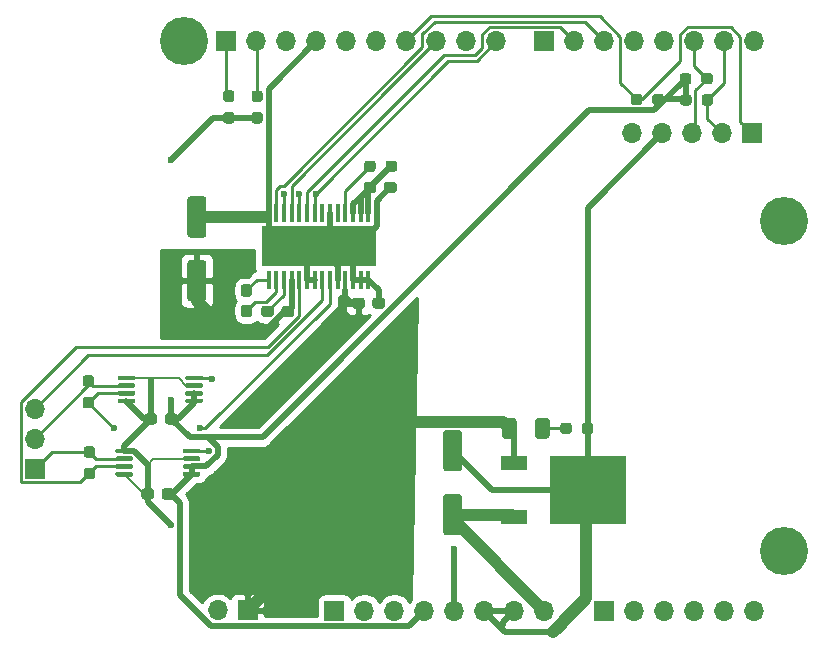
<source format=gbr>
%TF.GenerationSoftware,KiCad,Pcbnew,(5.1.10)-1*%
%TF.CreationDate,2023-02-13T10:48:01+08:00*%
%TF.ProjectId,my_foc_power_shield,6d795f66-6f63-45f7-906f-7765725f7368,rev?*%
%TF.SameCoordinates,Original*%
%TF.FileFunction,Copper,L1,Top*%
%TF.FilePolarity,Positive*%
%FSLAX46Y46*%
G04 Gerber Fmt 4.6, Leading zero omitted, Abs format (unit mm)*
G04 Created by KiCad (PCBNEW (5.1.10)-1) date 2023-02-13 10:48:01*
%MOMM*%
%LPD*%
G01*
G04 APERTURE LIST*
%TA.AperFunction,ComponentPad*%
%ADD10R,1.700000X1.700000*%
%TD*%
%TA.AperFunction,ComponentPad*%
%ADD11O,1.700000X1.700000*%
%TD*%
%TA.AperFunction,ComponentPad*%
%ADD12C,4.064000*%
%TD*%
%TA.AperFunction,SMDPad,CuDef*%
%ADD13R,2.200000X1.200000*%
%TD*%
%TA.AperFunction,SMDPad,CuDef*%
%ADD14R,6.400000X5.800000*%
%TD*%
%TA.AperFunction,ComponentPad*%
%ADD15C,0.500000*%
%TD*%
%TA.AperFunction,SMDPad,CuDef*%
%ADD16R,9.700000X3.400000*%
%TD*%
%TA.AperFunction,SMDPad,CuDef*%
%ADD17R,0.300000X1.600000*%
%TD*%
%TA.AperFunction,ViaPad*%
%ADD18C,0.600000*%
%TD*%
%TA.AperFunction,ViaPad*%
%ADD19C,1.000000*%
%TD*%
%TA.AperFunction,Conductor*%
%ADD20C,0.500000*%
%TD*%
%TA.AperFunction,Conductor*%
%ADD21C,0.200000*%
%TD*%
%TA.AperFunction,Conductor*%
%ADD22C,1.000000*%
%TD*%
%TA.AperFunction,Conductor*%
%ADD23C,0.250000*%
%TD*%
%TA.AperFunction,Conductor*%
%ADD24C,0.300000*%
%TD*%
%TA.AperFunction,Conductor*%
%ADD25C,0.254000*%
%TD*%
%TA.AperFunction,Conductor*%
%ADD26C,0.100000*%
%TD*%
G04 APERTURE END LIST*
%TO.P,R8,1*%
%TO.N,+3V3*%
%TA.AperFunction,SMDPad,CuDef*%
G36*
G01*
X166835500Y-80277500D02*
X166835500Y-80752500D01*
G75*
G02*
X166598000Y-80990000I-237500J0D01*
G01*
X166098000Y-80990000D01*
G75*
G02*
X165860500Y-80752500I0J237500D01*
G01*
X165860500Y-80277500D01*
G75*
G02*
X166098000Y-80040000I237500J0D01*
G01*
X166598000Y-80040000D01*
G75*
G02*
X166835500Y-80277500I0J-237500D01*
G01*
G37*
%TD.AperFunction*%
%TO.P,R8,2*%
%TO.N,/Encoder_Z_D11*%
%TA.AperFunction,SMDPad,CuDef*%
G36*
G01*
X165010500Y-80277500D02*
X165010500Y-80752500D01*
G75*
G02*
X164773000Y-80990000I-237500J0D01*
G01*
X164273000Y-80990000D01*
G75*
G02*
X164035500Y-80752500I0J237500D01*
G01*
X164035500Y-80277500D01*
G75*
G02*
X164273000Y-80040000I237500J0D01*
G01*
X164773000Y-80040000D01*
G75*
G02*
X165010500Y-80277500I0J-237500D01*
G01*
G37*
%TD.AperFunction*%
%TD*%
D10*
%TO.P,U8,1*%
%TO.N,/MOTOR_A*%
X113598000Y-111765000D03*
D11*
%TO.P,U8,2*%
%TO.N,/MOTOR_B*%
X113598000Y-109225000D03*
%TO.P,U8,3*%
%TO.N,/MOTOR_C*%
X113598000Y-106685000D03*
%TD*%
%TO.P,P3,10*%
%TO.N,/DRV_EN_8*%
X152654000Y-75565000D03*
%TO.P,P3,9*%
%TO.N,/9(\u002A\u002A)*%
X150114000Y-75565000D03*
%TO.P,P3,8*%
%TO.N,/PWM_B_10*%
X147574000Y-75565000D03*
%TO.P,P3,7*%
%TO.N,/Encoder_Z_D11*%
X145034000Y-75565000D03*
%TO.P,P3,6*%
%TO.N,/12(MISO)*%
X142494000Y-75565000D03*
%TO.P,P3,5*%
%TO.N,/13(SCK)*%
X139954000Y-75565000D03*
%TO.P,P3,4*%
%TO.N,GNDA*%
X137414000Y-75565000D03*
%TO.P,P3,3*%
%TO.N,/AREF*%
X134874000Y-75565000D03*
%TO.P,P3,2*%
%TO.N,/SDA*%
X132334000Y-75565000D03*
D10*
%TO.P,P3,1*%
%TO.N,/SCL*%
X129794000Y-75565000D03*
%TD*%
D11*
%TO.P,P1,8*%
%TO.N,/Vin*%
X156718000Y-123825000D03*
%TO.P,P1,7*%
%TO.N,GNDA*%
X154178000Y-123825000D03*
%TO.P,P1,6*%
X151638000Y-123825000D03*
%TO.P,P1,5*%
%TO.N,+5V*%
X149098000Y-123825000D03*
%TO.P,P1,4*%
%TO.N,+3V3*%
X146558000Y-123825000D03*
%TO.P,P1,3*%
%TO.N,/Reset*%
X144018000Y-123825000D03*
%TO.P,P1,2*%
%TO.N,/IOREF*%
X141478000Y-123825000D03*
D10*
%TO.P,P1,1*%
%TO.N,Net-(P1-Pad1)*%
X138938000Y-123825000D03*
%TD*%
D11*
%TO.P,P4,8*%
%TO.N,/0(Rx)*%
X174498000Y-75565000D03*
%TO.P,P4,7*%
%TO.N,/Encoder_B_D1*%
X171958000Y-75565000D03*
%TO.P,P4,6*%
%TO.N,/Encoder_A_D2*%
X169418000Y-75565000D03*
%TO.P,P4,5*%
%TO.N,/3(\u002A\u002A)*%
X166878000Y-75565000D03*
%TO.P,P4,4*%
%TO.N,/4*%
X164338000Y-75565000D03*
%TO.P,P4,3*%
%TO.N,/PWM_A_5*%
X161798000Y-75565000D03*
%TO.P,P4,2*%
%TO.N,/PWM_C_6*%
X159258000Y-75565000D03*
D10*
%TO.P,P4,1*%
%TO.N,/7*%
X156718000Y-75565000D03*
%TD*%
D11*
%TO.P,P2,6*%
%TO.N,/A5(SCL)*%
X174498000Y-123825000D03*
%TO.P,P2,5*%
%TO.N,/A4(SDA)*%
X171958000Y-123825000D03*
%TO.P,P2,4*%
%TO.N,/A3*%
X169418000Y-123825000D03*
%TO.P,P2,3*%
%TO.N,/SENSE_B_A2*%
X166878000Y-123825000D03*
%TO.P,P2,2*%
%TO.N,/A1*%
X164338000Y-123825000D03*
D10*
%TO.P,P2,1*%
%TO.N,/SENSE_A_A0*%
X161798000Y-123825000D03*
%TD*%
D12*
%TO.P,P6,1*%
%TO.N,Net-(P6-Pad1)*%
X177038000Y-118745000D03*
%TD*%
%TO.P,P7,1*%
%TO.N,Net-(P7-Pad1)*%
X126238000Y-75565000D03*
%TD*%
%TO.P,P8,1*%
%TO.N,Net-(P8-Pad1)*%
X177038000Y-90805000D03*
%TD*%
D10*
%TO.P,BT1,1*%
%TO.N,VCC_IN*%
X131598000Y-123765000D03*
D11*
%TO.P,BT1,2*%
%TO.N,GNDA*%
X129058000Y-123765000D03*
%TD*%
%TO.P,C16,1*%
%TO.N,+3V3*%
%TA.AperFunction,SMDPad,CuDef*%
G36*
G01*
X125398000Y-113677500D02*
X125398000Y-114152500D01*
G75*
G02*
X125160500Y-114390000I-237500J0D01*
G01*
X124560500Y-114390000D01*
G75*
G02*
X124323000Y-114152500I0J237500D01*
G01*
X124323000Y-113677500D01*
G75*
G02*
X124560500Y-113440000I237500J0D01*
G01*
X125160500Y-113440000D01*
G75*
G02*
X125398000Y-113677500I0J-237500D01*
G01*
G37*
%TD.AperFunction*%
%TO.P,C16,2*%
%TO.N,GNDA*%
%TA.AperFunction,SMDPad,CuDef*%
G36*
G01*
X123673000Y-113677500D02*
X123673000Y-114152500D01*
G75*
G02*
X123435500Y-114390000I-237500J0D01*
G01*
X122835500Y-114390000D01*
G75*
G02*
X122598000Y-114152500I0J237500D01*
G01*
X122598000Y-113677500D01*
G75*
G02*
X122835500Y-113440000I237500J0D01*
G01*
X123435500Y-113440000D01*
G75*
G02*
X123673000Y-113677500I0J-237500D01*
G01*
G37*
%TD.AperFunction*%
%TD*%
%TO.P,C17,2*%
%TO.N,GNDA*%
%TA.AperFunction,SMDPad,CuDef*%
G36*
G01*
X123935500Y-107327500D02*
X123935500Y-107802500D01*
G75*
G02*
X123698000Y-108040000I-237500J0D01*
G01*
X123098000Y-108040000D01*
G75*
G02*
X122860500Y-107802500I0J237500D01*
G01*
X122860500Y-107327500D01*
G75*
G02*
X123098000Y-107090000I237500J0D01*
G01*
X123698000Y-107090000D01*
G75*
G02*
X123935500Y-107327500I0J-237500D01*
G01*
G37*
%TD.AperFunction*%
%TO.P,C17,1*%
%TO.N,+3V3*%
%TA.AperFunction,SMDPad,CuDef*%
G36*
G01*
X125660500Y-107327500D02*
X125660500Y-107802500D01*
G75*
G02*
X125423000Y-108040000I-237500J0D01*
G01*
X124823000Y-108040000D01*
G75*
G02*
X124585500Y-107802500I0J237500D01*
G01*
X124585500Y-107327500D01*
G75*
G02*
X124823000Y-107090000I237500J0D01*
G01*
X125423000Y-107090000D01*
G75*
G02*
X125660500Y-107327500I0J-237500D01*
G01*
G37*
%TD.AperFunction*%
%TD*%
%TO.P,C19,2*%
%TO.N,Net-(C19-Pad2)*%
%TA.AperFunction,SMDPad,CuDef*%
G36*
G01*
X133810500Y-98227500D02*
X133810500Y-98702500D01*
G75*
G02*
X133573000Y-98940000I-237500J0D01*
G01*
X132973000Y-98940000D01*
G75*
G02*
X132735500Y-98702500I0J237500D01*
G01*
X132735500Y-98227500D01*
G75*
G02*
X132973000Y-97990000I237500J0D01*
G01*
X133573000Y-97990000D01*
G75*
G02*
X133810500Y-98227500I0J-237500D01*
G01*
G37*
%TD.AperFunction*%
%TO.P,C19,1*%
%TO.N,VCC_IN*%
%TA.AperFunction,SMDPad,CuDef*%
G36*
G01*
X135535500Y-98227500D02*
X135535500Y-98702500D01*
G75*
G02*
X135298000Y-98940000I-237500J0D01*
G01*
X134698000Y-98940000D01*
G75*
G02*
X134460500Y-98702500I0J237500D01*
G01*
X134460500Y-98227500D01*
G75*
G02*
X134698000Y-97990000I237500J0D01*
G01*
X135298000Y-97990000D01*
G75*
G02*
X135535500Y-98227500I0J-237500D01*
G01*
G37*
%TD.AperFunction*%
%TD*%
%TO.P,C20,1*%
%TO.N,GNDA*%
%TA.AperFunction,SMDPad,CuDef*%
G36*
G01*
X144210500Y-87727500D02*
X144210500Y-88202500D01*
G75*
G02*
X143973000Y-88440000I-237500J0D01*
G01*
X143373000Y-88440000D01*
G75*
G02*
X143135500Y-88202500I0J237500D01*
G01*
X143135500Y-87727500D01*
G75*
G02*
X143373000Y-87490000I237500J0D01*
G01*
X143973000Y-87490000D01*
G75*
G02*
X144210500Y-87727500I0J-237500D01*
G01*
G37*
%TD.AperFunction*%
%TO.P,C20,2*%
%TO.N,/V3P3*%
%TA.AperFunction,SMDPad,CuDef*%
G36*
G01*
X142485500Y-87727500D02*
X142485500Y-88202500D01*
G75*
G02*
X142248000Y-88440000I-237500J0D01*
G01*
X141648000Y-88440000D01*
G75*
G02*
X141410500Y-88202500I0J237500D01*
G01*
X141410500Y-87727500D01*
G75*
G02*
X141648000Y-87490000I237500J0D01*
G01*
X142248000Y-87490000D01*
G75*
G02*
X142485500Y-87727500I0J-237500D01*
G01*
G37*
%TD.AperFunction*%
%TD*%
%TO.P,C21,2*%
%TO.N,Net-(C21-Pad2)*%
%TA.AperFunction,SMDPad,CuDef*%
G36*
G01*
X131735500Y-97227500D02*
X131260500Y-97227500D01*
G75*
G02*
X131023000Y-96990000I0J237500D01*
G01*
X131023000Y-96390000D01*
G75*
G02*
X131260500Y-96152500I237500J0D01*
G01*
X131735500Y-96152500D01*
G75*
G02*
X131973000Y-96390000I0J-237500D01*
G01*
X131973000Y-96990000D01*
G75*
G02*
X131735500Y-97227500I-237500J0D01*
G01*
G37*
%TD.AperFunction*%
%TO.P,C21,1*%
%TO.N,Net-(C21-Pad1)*%
%TA.AperFunction,SMDPad,CuDef*%
G36*
G01*
X131735500Y-98952500D02*
X131260500Y-98952500D01*
G75*
G02*
X131023000Y-98715000I0J237500D01*
G01*
X131023000Y-98115000D01*
G75*
G02*
X131260500Y-97877500I237500J0D01*
G01*
X131735500Y-97877500D01*
G75*
G02*
X131973000Y-98115000I0J-237500D01*
G01*
X131973000Y-98715000D01*
G75*
G02*
X131735500Y-98952500I-237500J0D01*
G01*
G37*
%TD.AperFunction*%
%TD*%
%TO.P,D7,1*%
%TO.N,Net-(D7-Pad1)*%
%TA.AperFunction,SMDPad,CuDef*%
G36*
G01*
X157173000Y-107740000D02*
X157173000Y-108990000D01*
G75*
G02*
X156923000Y-109240000I-250000J0D01*
G01*
X156173000Y-109240000D01*
G75*
G02*
X155923000Y-108990000I0J250000D01*
G01*
X155923000Y-107740000D01*
G75*
G02*
X156173000Y-107490000I250000J0D01*
G01*
X156923000Y-107490000D01*
G75*
G02*
X157173000Y-107740000I0J-250000D01*
G01*
G37*
%TD.AperFunction*%
%TO.P,D7,2*%
%TO.N,VCC_IN*%
%TA.AperFunction,SMDPad,CuDef*%
G36*
G01*
X154373000Y-107740000D02*
X154373000Y-108990000D01*
G75*
G02*
X154123000Y-109240000I-250000J0D01*
G01*
X153373000Y-109240000D01*
G75*
G02*
X153123000Y-108990000I0J250000D01*
G01*
X153123000Y-107740000D01*
G75*
G02*
X153373000Y-107490000I250000J0D01*
G01*
X154123000Y-107490000D01*
G75*
G02*
X154373000Y-107740000I0J-250000D01*
G01*
G37*
%TD.AperFunction*%
%TD*%
D10*
%TO.P,J3,1*%
%TO.N,/Encoder_Z_D11*%
X174298000Y-83365000D03*
D11*
%TO.P,J3,2*%
%TO.N,/Encoder_B_D1*%
X171758000Y-83365000D03*
%TO.P,J3,3*%
%TO.N,/Encoder_A_D2*%
X169218000Y-83365000D03*
%TO.P,J3,4*%
%TO.N,GNDA*%
X166678000Y-83365000D03*
%TO.P,J3,5*%
%TO.N,+5V*%
X164138000Y-83365000D03*
%TD*%
%TO.P,R1,1*%
%TO.N,+3V3*%
%TA.AperFunction,SMDPad,CuDef*%
G36*
G01*
X132635500Y-82565000D02*
X132160500Y-82565000D01*
G75*
G02*
X131923000Y-82327500I0J237500D01*
G01*
X131923000Y-81827500D01*
G75*
G02*
X132160500Y-81590000I237500J0D01*
G01*
X132635500Y-81590000D01*
G75*
G02*
X132873000Y-81827500I0J-237500D01*
G01*
X132873000Y-82327500D01*
G75*
G02*
X132635500Y-82565000I-237500J0D01*
G01*
G37*
%TD.AperFunction*%
%TO.P,R1,2*%
%TO.N,/SDA*%
%TA.AperFunction,SMDPad,CuDef*%
G36*
G01*
X132635500Y-80740000D02*
X132160500Y-80740000D01*
G75*
G02*
X131923000Y-80502500I0J237500D01*
G01*
X131923000Y-80002500D01*
G75*
G02*
X132160500Y-79765000I237500J0D01*
G01*
X132635500Y-79765000D01*
G75*
G02*
X132873000Y-80002500I0J-237500D01*
G01*
X132873000Y-80502500D01*
G75*
G02*
X132635500Y-80740000I-237500J0D01*
G01*
G37*
%TD.AperFunction*%
%TD*%
%TO.P,R2,2*%
%TO.N,/SCL*%
%TA.AperFunction,SMDPad,CuDef*%
G36*
G01*
X130235500Y-80727500D02*
X129760500Y-80727500D01*
G75*
G02*
X129523000Y-80490000I0J237500D01*
G01*
X129523000Y-79990000D01*
G75*
G02*
X129760500Y-79752500I237500J0D01*
G01*
X130235500Y-79752500D01*
G75*
G02*
X130473000Y-79990000I0J-237500D01*
G01*
X130473000Y-80490000D01*
G75*
G02*
X130235500Y-80727500I-237500J0D01*
G01*
G37*
%TD.AperFunction*%
%TO.P,R2,1*%
%TO.N,+3V3*%
%TA.AperFunction,SMDPad,CuDef*%
G36*
G01*
X130235500Y-82552500D02*
X129760500Y-82552500D01*
G75*
G02*
X129523000Y-82315000I0J237500D01*
G01*
X129523000Y-81815000D01*
G75*
G02*
X129760500Y-81577500I237500J0D01*
G01*
X130235500Y-81577500D01*
G75*
G02*
X130473000Y-81815000I0J-237500D01*
G01*
X130473000Y-82315000D01*
G75*
G02*
X130235500Y-82552500I-237500J0D01*
G01*
G37*
%TD.AperFunction*%
%TD*%
%TO.P,R6,1*%
%TO.N,+3V3*%
%TA.AperFunction,SMDPad,CuDef*%
G36*
G01*
X168185500Y-79002500D02*
X168185500Y-78527500D01*
G75*
G02*
X168423000Y-78290000I237500J0D01*
G01*
X168923000Y-78290000D01*
G75*
G02*
X169160500Y-78527500I0J-237500D01*
G01*
X169160500Y-79002500D01*
G75*
G02*
X168923000Y-79240000I-237500J0D01*
G01*
X168423000Y-79240000D01*
G75*
G02*
X168185500Y-79002500I0J237500D01*
G01*
G37*
%TD.AperFunction*%
%TO.P,R6,2*%
%TO.N,/Encoder_A_D2*%
%TA.AperFunction,SMDPad,CuDef*%
G36*
G01*
X170010500Y-79002500D02*
X170010500Y-78527500D01*
G75*
G02*
X170248000Y-78290000I237500J0D01*
G01*
X170748000Y-78290000D01*
G75*
G02*
X170985500Y-78527500I0J-237500D01*
G01*
X170985500Y-79002500D01*
G75*
G02*
X170748000Y-79240000I-237500J0D01*
G01*
X170248000Y-79240000D01*
G75*
G02*
X170010500Y-79002500I0J237500D01*
G01*
G37*
%TD.AperFunction*%
%TD*%
%TO.P,R7,2*%
%TO.N,/Encoder_B_D1*%
%TA.AperFunction,SMDPad,CuDef*%
G36*
G01*
X170035500Y-80802500D02*
X170035500Y-80327500D01*
G75*
G02*
X170273000Y-80090000I237500J0D01*
G01*
X170773000Y-80090000D01*
G75*
G02*
X171010500Y-80327500I0J-237500D01*
G01*
X171010500Y-80802500D01*
G75*
G02*
X170773000Y-81040000I-237500J0D01*
G01*
X170273000Y-81040000D01*
G75*
G02*
X170035500Y-80802500I0J237500D01*
G01*
G37*
%TD.AperFunction*%
%TO.P,R7,1*%
%TO.N,+3V3*%
%TA.AperFunction,SMDPad,CuDef*%
G36*
G01*
X168210500Y-80802500D02*
X168210500Y-80327500D01*
G75*
G02*
X168448000Y-80090000I237500J0D01*
G01*
X168948000Y-80090000D01*
G75*
G02*
X169185500Y-80327500I0J-237500D01*
G01*
X169185500Y-80802500D01*
G75*
G02*
X168948000Y-81040000I-237500J0D01*
G01*
X168448000Y-81040000D01*
G75*
G02*
X168210500Y-80802500I0J237500D01*
G01*
G37*
%TD.AperFunction*%
%TD*%
%TO.P,R11,2*%
%TO.N,Net-(D7-Pad1)*%
%TA.AperFunction,SMDPad,CuDef*%
G36*
G01*
X159035500Y-108127500D02*
X159035500Y-108602500D01*
G75*
G02*
X158798000Y-108840000I-237500J0D01*
G01*
X158298000Y-108840000D01*
G75*
G02*
X158060500Y-108602500I0J237500D01*
G01*
X158060500Y-108127500D01*
G75*
G02*
X158298000Y-107890000I237500J0D01*
G01*
X158798000Y-107890000D01*
G75*
G02*
X159035500Y-108127500I0J-237500D01*
G01*
G37*
%TD.AperFunction*%
%TO.P,R11,1*%
%TO.N,GNDA*%
%TA.AperFunction,SMDPad,CuDef*%
G36*
G01*
X160860500Y-108127500D02*
X160860500Y-108602500D01*
G75*
G02*
X160623000Y-108840000I-237500J0D01*
G01*
X160123000Y-108840000D01*
G75*
G02*
X159885500Y-108602500I0J237500D01*
G01*
X159885500Y-108127500D01*
G75*
G02*
X160123000Y-107890000I237500J0D01*
G01*
X160623000Y-107890000D01*
G75*
G02*
X160860500Y-108127500I0J-237500D01*
G01*
G37*
%TD.AperFunction*%
%TD*%
%TO.P,R12,1*%
%TO.N,/MOTOR_A*%
%TA.AperFunction,SMDPad,CuDef*%
G36*
G01*
X117960500Y-109865000D02*
X118435500Y-109865000D01*
G75*
G02*
X118673000Y-110102500I0J-237500D01*
G01*
X118673000Y-110602500D01*
G75*
G02*
X118435500Y-110840000I-237500J0D01*
G01*
X117960500Y-110840000D01*
G75*
G02*
X117723000Y-110602500I0J237500D01*
G01*
X117723000Y-110102500D01*
G75*
G02*
X117960500Y-109865000I237500J0D01*
G01*
G37*
%TD.AperFunction*%
%TO.P,R12,2*%
%TO.N,/MOTOR_A_CS*%
%TA.AperFunction,SMDPad,CuDef*%
G36*
G01*
X117960500Y-111690000D02*
X118435500Y-111690000D01*
G75*
G02*
X118673000Y-111927500I0J-237500D01*
G01*
X118673000Y-112427500D01*
G75*
G02*
X118435500Y-112665000I-237500J0D01*
G01*
X117960500Y-112665000D01*
G75*
G02*
X117723000Y-112427500I0J237500D01*
G01*
X117723000Y-111927500D01*
G75*
G02*
X117960500Y-111690000I237500J0D01*
G01*
G37*
%TD.AperFunction*%
%TD*%
%TO.P,R13,2*%
%TO.N,/MOTOR_B_CS*%
%TA.AperFunction,SMDPad,CuDef*%
G36*
G01*
X117860500Y-105690000D02*
X118335500Y-105690000D01*
G75*
G02*
X118573000Y-105927500I0J-237500D01*
G01*
X118573000Y-106427500D01*
G75*
G02*
X118335500Y-106665000I-237500J0D01*
G01*
X117860500Y-106665000D01*
G75*
G02*
X117623000Y-106427500I0J237500D01*
G01*
X117623000Y-105927500D01*
G75*
G02*
X117860500Y-105690000I237500J0D01*
G01*
G37*
%TD.AperFunction*%
%TO.P,R13,1*%
%TO.N,/MOTOR_B*%
%TA.AperFunction,SMDPad,CuDef*%
G36*
G01*
X117860500Y-103865000D02*
X118335500Y-103865000D01*
G75*
G02*
X118573000Y-104102500I0J-237500D01*
G01*
X118573000Y-104602500D01*
G75*
G02*
X118335500Y-104840000I-237500J0D01*
G01*
X117860500Y-104840000D01*
G75*
G02*
X117623000Y-104602500I0J237500D01*
G01*
X117623000Y-104102500D01*
G75*
G02*
X117860500Y-103865000I237500J0D01*
G01*
G37*
%TD.AperFunction*%
%TD*%
%TO.P,R16,1*%
%TO.N,/DRV_FAULT*%
%TA.AperFunction,SMDPad,CuDef*%
G36*
G01*
X141460500Y-86402500D02*
X141460500Y-85927500D01*
G75*
G02*
X141698000Y-85690000I237500J0D01*
G01*
X142198000Y-85690000D01*
G75*
G02*
X142435500Y-85927500I0J-237500D01*
G01*
X142435500Y-86402500D01*
G75*
G02*
X142198000Y-86640000I-237500J0D01*
G01*
X141698000Y-86640000D01*
G75*
G02*
X141460500Y-86402500I0J237500D01*
G01*
G37*
%TD.AperFunction*%
%TO.P,R16,2*%
%TO.N,/V3P3*%
%TA.AperFunction,SMDPad,CuDef*%
G36*
G01*
X143285500Y-86402500D02*
X143285500Y-85927500D01*
G75*
G02*
X143523000Y-85690000I237500J0D01*
G01*
X144023000Y-85690000D01*
G75*
G02*
X144260500Y-85927500I0J-237500D01*
G01*
X144260500Y-86402500D01*
G75*
G02*
X144023000Y-86640000I-237500J0D01*
G01*
X143523000Y-86640000D01*
G75*
G02*
X143285500Y-86402500I0J237500D01*
G01*
G37*
%TD.AperFunction*%
%TD*%
D13*
%TO.P,U1,1*%
%TO.N,VCC_IN*%
X154148000Y-111285000D03*
%TO.P,U1,3*%
%TO.N,/Vin*%
X154148000Y-115845000D03*
D14*
%TO.P,U1,2*%
%TO.N,GNDA*%
X160448000Y-113565000D03*
%TD*%
%TO.P,U4,8*%
%TO.N,/SENSE_A_A0*%
%TA.AperFunction,SMDPad,CuDef*%
G36*
G01*
X126123000Y-110390000D02*
X126123000Y-110190000D01*
G75*
G02*
X126223000Y-110090000I100000J0D01*
G01*
X127498000Y-110090000D01*
G75*
G02*
X127598000Y-110190000I0J-100000D01*
G01*
X127598000Y-110390000D01*
G75*
G02*
X127498000Y-110490000I-100000J0D01*
G01*
X126223000Y-110490000D01*
G75*
G02*
X126123000Y-110390000I0J100000D01*
G01*
G37*
%TD.AperFunction*%
%TO.P,U4,7*%
%TO.N,GNDA*%
%TA.AperFunction,SMDPad,CuDef*%
G36*
G01*
X126123000Y-111040000D02*
X126123000Y-110840000D01*
G75*
G02*
X126223000Y-110740000I100000J0D01*
G01*
X127498000Y-110740000D01*
G75*
G02*
X127598000Y-110840000I0J-100000D01*
G01*
X127598000Y-111040000D01*
G75*
G02*
X127498000Y-111140000I-100000J0D01*
G01*
X126223000Y-111140000D01*
G75*
G02*
X126123000Y-111040000I0J100000D01*
G01*
G37*
%TD.AperFunction*%
%TO.P,U4,6*%
%TO.N,+3V3*%
%TA.AperFunction,SMDPad,CuDef*%
G36*
G01*
X126123000Y-111690000D02*
X126123000Y-111490000D01*
G75*
G02*
X126223000Y-111390000I100000J0D01*
G01*
X127498000Y-111390000D01*
G75*
G02*
X127598000Y-111490000I0J-100000D01*
G01*
X127598000Y-111690000D01*
G75*
G02*
X127498000Y-111790000I-100000J0D01*
G01*
X126223000Y-111790000D01*
G75*
G02*
X126123000Y-111690000I0J100000D01*
G01*
G37*
%TD.AperFunction*%
%TO.P,U4,5*%
%TA.AperFunction,SMDPad,CuDef*%
G36*
G01*
X126123000Y-112340000D02*
X126123000Y-112140000D01*
G75*
G02*
X126223000Y-112040000I100000J0D01*
G01*
X127498000Y-112040000D01*
G75*
G02*
X127598000Y-112140000I0J-100000D01*
G01*
X127598000Y-112340000D01*
G75*
G02*
X127498000Y-112440000I-100000J0D01*
G01*
X126223000Y-112440000D01*
G75*
G02*
X126123000Y-112340000I0J100000D01*
G01*
G37*
%TD.AperFunction*%
%TO.P,U4,4*%
%TO.N,GNDA*%
%TA.AperFunction,SMDPad,CuDef*%
G36*
G01*
X120398000Y-112340000D02*
X120398000Y-112140000D01*
G75*
G02*
X120498000Y-112040000I100000J0D01*
G01*
X121773000Y-112040000D01*
G75*
G02*
X121873000Y-112140000I0J-100000D01*
G01*
X121873000Y-112340000D01*
G75*
G02*
X121773000Y-112440000I-100000J0D01*
G01*
X120498000Y-112440000D01*
G75*
G02*
X120398000Y-112340000I0J100000D01*
G01*
G37*
%TD.AperFunction*%
%TO.P,U4,3*%
%TO.N,/MOTOR_A_CS*%
%TA.AperFunction,SMDPad,CuDef*%
G36*
G01*
X120398000Y-111690000D02*
X120398000Y-111490000D01*
G75*
G02*
X120498000Y-111390000I100000J0D01*
G01*
X121773000Y-111390000D01*
G75*
G02*
X121873000Y-111490000I0J-100000D01*
G01*
X121873000Y-111690000D01*
G75*
G02*
X121773000Y-111790000I-100000J0D01*
G01*
X120498000Y-111790000D01*
G75*
G02*
X120398000Y-111690000I0J100000D01*
G01*
G37*
%TD.AperFunction*%
%TO.P,U4,2*%
%TO.N,/MOTOR_A*%
%TA.AperFunction,SMDPad,CuDef*%
G36*
G01*
X120398000Y-111040000D02*
X120398000Y-110840000D01*
G75*
G02*
X120498000Y-110740000I100000J0D01*
G01*
X121773000Y-110740000D01*
G75*
G02*
X121873000Y-110840000I0J-100000D01*
G01*
X121873000Y-111040000D01*
G75*
G02*
X121773000Y-111140000I-100000J0D01*
G01*
X120498000Y-111140000D01*
G75*
G02*
X120398000Y-111040000I0J100000D01*
G01*
G37*
%TD.AperFunction*%
%TO.P,U4,1*%
%TO.N,GNDA*%
%TA.AperFunction,SMDPad,CuDef*%
G36*
G01*
X120398000Y-110390000D02*
X120398000Y-110190000D01*
G75*
G02*
X120498000Y-110090000I100000J0D01*
G01*
X121773000Y-110090000D01*
G75*
G02*
X121873000Y-110190000I0J-100000D01*
G01*
X121873000Y-110390000D01*
G75*
G02*
X121773000Y-110490000I-100000J0D01*
G01*
X120498000Y-110490000D01*
G75*
G02*
X120398000Y-110390000I0J100000D01*
G01*
G37*
%TD.AperFunction*%
%TD*%
%TO.P,U5,1*%
%TO.N,GNDA*%
%TA.AperFunction,SMDPad,CuDef*%
G36*
G01*
X120598000Y-104190000D02*
X120598000Y-103990000D01*
G75*
G02*
X120698000Y-103890000I100000J0D01*
G01*
X121973000Y-103890000D01*
G75*
G02*
X122073000Y-103990000I0J-100000D01*
G01*
X122073000Y-104190000D01*
G75*
G02*
X121973000Y-104290000I-100000J0D01*
G01*
X120698000Y-104290000D01*
G75*
G02*
X120598000Y-104190000I0J100000D01*
G01*
G37*
%TD.AperFunction*%
%TO.P,U5,2*%
%TO.N,/MOTOR_B*%
%TA.AperFunction,SMDPad,CuDef*%
G36*
G01*
X120598000Y-104840000D02*
X120598000Y-104640000D01*
G75*
G02*
X120698000Y-104540000I100000J0D01*
G01*
X121973000Y-104540000D01*
G75*
G02*
X122073000Y-104640000I0J-100000D01*
G01*
X122073000Y-104840000D01*
G75*
G02*
X121973000Y-104940000I-100000J0D01*
G01*
X120698000Y-104940000D01*
G75*
G02*
X120598000Y-104840000I0J100000D01*
G01*
G37*
%TD.AperFunction*%
%TO.P,U5,3*%
%TO.N,/MOTOR_B_CS*%
%TA.AperFunction,SMDPad,CuDef*%
G36*
G01*
X120598000Y-105490000D02*
X120598000Y-105290000D01*
G75*
G02*
X120698000Y-105190000I100000J0D01*
G01*
X121973000Y-105190000D01*
G75*
G02*
X122073000Y-105290000I0J-100000D01*
G01*
X122073000Y-105490000D01*
G75*
G02*
X121973000Y-105590000I-100000J0D01*
G01*
X120698000Y-105590000D01*
G75*
G02*
X120598000Y-105490000I0J100000D01*
G01*
G37*
%TD.AperFunction*%
%TO.P,U5,4*%
%TO.N,GNDA*%
%TA.AperFunction,SMDPad,CuDef*%
G36*
G01*
X120598000Y-106140000D02*
X120598000Y-105940000D01*
G75*
G02*
X120698000Y-105840000I100000J0D01*
G01*
X121973000Y-105840000D01*
G75*
G02*
X122073000Y-105940000I0J-100000D01*
G01*
X122073000Y-106140000D01*
G75*
G02*
X121973000Y-106240000I-100000J0D01*
G01*
X120698000Y-106240000D01*
G75*
G02*
X120598000Y-106140000I0J100000D01*
G01*
G37*
%TD.AperFunction*%
%TO.P,U5,5*%
%TO.N,+3V3*%
%TA.AperFunction,SMDPad,CuDef*%
G36*
G01*
X126323000Y-106140000D02*
X126323000Y-105940000D01*
G75*
G02*
X126423000Y-105840000I100000J0D01*
G01*
X127698000Y-105840000D01*
G75*
G02*
X127798000Y-105940000I0J-100000D01*
G01*
X127798000Y-106140000D01*
G75*
G02*
X127698000Y-106240000I-100000J0D01*
G01*
X126423000Y-106240000D01*
G75*
G02*
X126323000Y-106140000I0J100000D01*
G01*
G37*
%TD.AperFunction*%
%TO.P,U5,6*%
%TA.AperFunction,SMDPad,CuDef*%
G36*
G01*
X126323000Y-105490000D02*
X126323000Y-105290000D01*
G75*
G02*
X126423000Y-105190000I100000J0D01*
G01*
X127698000Y-105190000D01*
G75*
G02*
X127798000Y-105290000I0J-100000D01*
G01*
X127798000Y-105490000D01*
G75*
G02*
X127698000Y-105590000I-100000J0D01*
G01*
X126423000Y-105590000D01*
G75*
G02*
X126323000Y-105490000I0J100000D01*
G01*
G37*
%TD.AperFunction*%
%TO.P,U5,7*%
%TO.N,GNDA*%
%TA.AperFunction,SMDPad,CuDef*%
G36*
G01*
X126323000Y-104840000D02*
X126323000Y-104640000D01*
G75*
G02*
X126423000Y-104540000I100000J0D01*
G01*
X127698000Y-104540000D01*
G75*
G02*
X127798000Y-104640000I0J-100000D01*
G01*
X127798000Y-104840000D01*
G75*
G02*
X127698000Y-104940000I-100000J0D01*
G01*
X126423000Y-104940000D01*
G75*
G02*
X126323000Y-104840000I0J100000D01*
G01*
G37*
%TD.AperFunction*%
%TO.P,U5,8*%
%TO.N,/SENSE_B_A2*%
%TA.AperFunction,SMDPad,CuDef*%
G36*
G01*
X126323000Y-104190000D02*
X126323000Y-103990000D01*
G75*
G02*
X126423000Y-103890000I100000J0D01*
G01*
X127698000Y-103890000D01*
G75*
G02*
X127798000Y-103990000I0J-100000D01*
G01*
X127798000Y-104190000D01*
G75*
G02*
X127698000Y-104290000I-100000J0D01*
G01*
X126423000Y-104290000D01*
G75*
G02*
X126323000Y-104190000I0J100000D01*
G01*
G37*
%TD.AperFunction*%
%TD*%
D15*
%TO.P,U6,29*%
%TO.N,GNDA*%
X141498000Y-91665000D03*
X141498000Y-94265000D03*
X140198000Y-91665000D03*
X140198000Y-94265000D03*
X138898000Y-91665000D03*
X138898000Y-94265000D03*
X137598000Y-91665000D03*
X137598000Y-94265000D03*
X136298000Y-94265000D03*
X136298000Y-91665000D03*
X134998000Y-91665000D03*
X134998000Y-94265000D03*
X133698000Y-91665000D03*
X133698000Y-94265000D03*
X141498000Y-92965000D03*
X140198000Y-92965000D03*
X138898000Y-92965000D03*
X133698000Y-92965000D03*
X134998000Y-92965000D03*
X136298000Y-92965000D03*
X137598000Y-92965000D03*
D16*
X137598000Y-92965000D03*
D17*
%TO.P,U6,28*%
X133373000Y-90165000D03*
%TO.P,U6,27*%
%TO.N,/PWM_A_5*%
X134023000Y-90165000D03*
%TO.P,U6,26*%
%TO.N,/DRV_EN_8*%
X134673000Y-90165000D03*
%TO.P,U6,25*%
%TO.N,/PWM_B_10*%
X135323000Y-90165000D03*
%TO.P,U6,24*%
%TO.N,/DRV_EN_8*%
X135973000Y-90165000D03*
%TO.P,U6,23*%
%TO.N,/PWM_C_6*%
X136623000Y-90165000D03*
%TO.P,U6,22*%
%TO.N,/DRV_EN_8*%
X137273000Y-90165000D03*
%TO.P,U6,21*%
%TO.N,N/C*%
X137923000Y-90165000D03*
%TO.P,U6,20*%
%TO.N,GNDA*%
X138573000Y-90165000D03*
%TO.P,U6,19*%
%TO.N,N/C*%
X139223000Y-90165000D03*
%TO.P,U6,18*%
%TO.N,/DRV_FAULT*%
X139873000Y-90165000D03*
%TO.P,U6,17*%
%TO.N,/V3P3*%
X140523000Y-90165000D03*
%TO.P,U6,16*%
X141173000Y-90165000D03*
%TO.P,U6,15*%
X141823000Y-90165000D03*
%TO.P,U6,14*%
%TO.N,GNDA*%
X141823000Y-95765000D03*
%TO.P,U6,13*%
X141173000Y-95765000D03*
%TO.P,U6,12*%
X140523000Y-95765000D03*
%TO.P,U6,11*%
%TO.N,VCC_IN*%
X139873000Y-95765000D03*
%TO.P,U6,10*%
%TO.N,GNDA*%
X139223000Y-95765000D03*
%TO.P,U6,9*%
%TO.N,/MOTOR_B_CS*%
X138573000Y-95765000D03*
%TO.P,U6,8*%
%TO.N,/MOTOR_C*%
X137923000Y-95765000D03*
%TO.P,U6,7*%
%TO.N,GNDA*%
X137273000Y-95765000D03*
%TO.P,U6,6*%
X136623000Y-95765000D03*
%TO.P,U6,5*%
%TO.N,/MOTOR_A_CS*%
X135973000Y-95765000D03*
%TO.P,U6,4*%
%TO.N,VCC_IN*%
X135323000Y-95765000D03*
%TO.P,U6,3*%
%TO.N,Net-(C19-Pad2)*%
X134673000Y-95765000D03*
%TO.P,U6,2*%
%TO.N,Net-(C21-Pad1)*%
X134023000Y-95765000D03*
%TO.P,U6,1*%
%TO.N,Net-(C21-Pad2)*%
X133373000Y-95765000D03*
%TD*%
%TO.P,C1,2*%
%TO.N,GNDA*%
%TA.AperFunction,SMDPad,CuDef*%
G36*
G01*
X149498000Y-112015000D02*
X148398000Y-112015000D01*
G75*
G02*
X148148000Y-111765000I0J250000D01*
G01*
X148148000Y-108765000D01*
G75*
G02*
X148398000Y-108515000I250000J0D01*
G01*
X149498000Y-108515000D01*
G75*
G02*
X149748000Y-108765000I0J-250000D01*
G01*
X149748000Y-111765000D01*
G75*
G02*
X149498000Y-112015000I-250000J0D01*
G01*
G37*
%TD.AperFunction*%
%TO.P,C1,1*%
%TO.N,/Vin*%
%TA.AperFunction,SMDPad,CuDef*%
G36*
G01*
X149498000Y-117415000D02*
X148398000Y-117415000D01*
G75*
G02*
X148148000Y-117165000I0J250000D01*
G01*
X148148000Y-114165000D01*
G75*
G02*
X148398000Y-113915000I250000J0D01*
G01*
X149498000Y-113915000D01*
G75*
G02*
X149748000Y-114165000I0J-250000D01*
G01*
X149748000Y-117165000D01*
G75*
G02*
X149498000Y-117415000I-250000J0D01*
G01*
G37*
%TD.AperFunction*%
%TD*%
%TO.P,C2,1*%
%TO.N,GNDA*%
%TA.AperFunction,SMDPad,CuDef*%
G36*
G01*
X143235500Y-97527500D02*
X143235500Y-98002500D01*
G75*
G02*
X142998000Y-98240000I-237500J0D01*
G01*
X142398000Y-98240000D01*
G75*
G02*
X142160500Y-98002500I0J237500D01*
G01*
X142160500Y-97527500D01*
G75*
G02*
X142398000Y-97290000I237500J0D01*
G01*
X142998000Y-97290000D01*
G75*
G02*
X143235500Y-97527500I0J-237500D01*
G01*
G37*
%TD.AperFunction*%
%TO.P,C2,2*%
%TO.N,VCC_IN*%
%TA.AperFunction,SMDPad,CuDef*%
G36*
G01*
X141510500Y-97527500D02*
X141510500Y-98002500D01*
G75*
G02*
X141273000Y-98240000I-237500J0D01*
G01*
X140673000Y-98240000D01*
G75*
G02*
X140435500Y-98002500I0J237500D01*
G01*
X140435500Y-97527500D01*
G75*
G02*
X140673000Y-97290000I237500J0D01*
G01*
X141273000Y-97290000D01*
G75*
G02*
X141510500Y-97527500I0J-237500D01*
G01*
G37*
%TD.AperFunction*%
%TD*%
%TO.P,C3,1*%
%TO.N,VCC_IN*%
%TA.AperFunction,SMDPad,CuDef*%
G36*
G01*
X127848000Y-97615000D02*
X126748000Y-97615000D01*
G75*
G02*
X126498000Y-97365000I0J250000D01*
G01*
X126498000Y-94365000D01*
G75*
G02*
X126748000Y-94115000I250000J0D01*
G01*
X127848000Y-94115000D01*
G75*
G02*
X128098000Y-94365000I0J-250000D01*
G01*
X128098000Y-97365000D01*
G75*
G02*
X127848000Y-97615000I-250000J0D01*
G01*
G37*
%TD.AperFunction*%
%TO.P,C3,2*%
%TO.N,GNDA*%
%TA.AperFunction,SMDPad,CuDef*%
G36*
G01*
X127848000Y-92215000D02*
X126748000Y-92215000D01*
G75*
G02*
X126498000Y-91965000I0J250000D01*
G01*
X126498000Y-88965000D01*
G75*
G02*
X126748000Y-88715000I250000J0D01*
G01*
X127848000Y-88715000D01*
G75*
G02*
X128098000Y-88965000I0J-250000D01*
G01*
X128098000Y-91965000D01*
G75*
G02*
X127848000Y-92215000I-250000J0D01*
G01*
G37*
%TD.AperFunction*%
%TD*%
D18*
%TO.N,+5V*%
X149098000Y-118615000D03*
%TO.N,+3V3*%
X125123000Y-105990000D03*
X125123000Y-85640000D03*
%TO.N,GNDA*%
X125098000Y-116565000D03*
%TO.N,VCC_IN*%
X133182788Y-100065000D03*
D19*
X143098000Y-109815000D03*
D18*
X135665394Y-102547606D03*
%TO.N,/SENSE_A_A0*%
X128298000Y-110265000D03*
%TO.N,/SENSE_B_A2*%
X128598000Y-104165000D03*
%TO.N,/DRV_EN_8*%
X135973000Y-88490000D03*
X137373000Y-88490000D03*
X134673000Y-88490000D03*
%TO.N,/MOTOR_B_CS*%
X120285510Y-108365010D03*
X127597990Y-108365010D03*
%TD*%
D20*
%TO.N,+5V*%
X149098000Y-123825000D02*
X149098000Y-118615000D01*
D21*
%TO.N,/Vin*%
X152135500Y-119242500D02*
X152135500Y-119165000D01*
D20*
X148948000Y-116055000D02*
X148948000Y-115665000D01*
D22*
X156718000Y-123825000D02*
X148948000Y-116055000D01*
D20*
X153968000Y-115665000D02*
X154148000Y-115845000D01*
D22*
X148948000Y-115665000D02*
X153968000Y-115665000D01*
D20*
%TO.N,+3V3*%
X125123000Y-107565000D02*
X125698000Y-107565000D01*
X127060500Y-106202500D02*
X127060500Y-105390000D01*
X125698000Y-107565000D02*
X127060500Y-106202500D01*
X126860500Y-112240000D02*
X126860500Y-111590000D01*
X125848001Y-122479003D02*
X125848001Y-114652501D01*
X128493999Y-125125001D02*
X125848001Y-122479003D01*
X145257999Y-125125001D02*
X128493999Y-125125001D01*
X146558000Y-123825000D02*
X145257999Y-125125001D01*
X126673011Y-109115011D02*
X125123000Y-107565000D01*
X129048001Y-110625001D02*
X129048001Y-109904999D01*
X128083002Y-111590000D02*
X129048001Y-110625001D01*
X129048001Y-109904999D02*
X128258013Y-109115011D01*
X126860500Y-111590000D02*
X128083002Y-111590000D01*
X125123000Y-107565000D02*
X125123000Y-105990000D01*
X125123000Y-105990000D02*
X125123000Y-105990000D01*
X128698000Y-82065000D02*
X125123000Y-85640000D01*
X129998000Y-82065000D02*
X128698000Y-82065000D01*
X130010500Y-82077500D02*
X129998000Y-82065000D01*
X132398000Y-82077500D02*
X130010500Y-82077500D01*
X168648000Y-80515000D02*
X168698000Y-80565000D01*
X166348000Y-80515000D02*
X168648000Y-80515000D01*
X168698000Y-78790000D02*
X168673000Y-78765000D01*
X168698000Y-80565000D02*
X168698000Y-78790000D01*
X168673000Y-78765000D02*
X165997990Y-81440010D01*
X127798011Y-109115011D02*
X126673011Y-109115011D01*
X128258013Y-109115011D02*
X127798011Y-109115011D01*
X125110500Y-113915000D02*
X125848001Y-114652501D01*
X124860500Y-113915000D02*
X125110500Y-113915000D01*
X125185500Y-113915000D02*
X126860500Y-112240000D01*
X124860500Y-113915000D02*
X125185500Y-113915000D01*
X160532778Y-81440010D02*
X165072990Y-81440010D01*
X132857777Y-109115011D02*
X160532778Y-81440010D01*
X128258013Y-109115011D02*
X132857777Y-109115011D01*
X165997990Y-81440010D02*
X165072990Y-81440010D01*
%TO.N,VCC_IN*%
X154148000Y-108765000D02*
X153748000Y-108365000D01*
X154148000Y-111285000D02*
X154148000Y-108765000D01*
D22*
X143178000Y-112185000D02*
X131598000Y-123765000D01*
D20*
%TO.N,GNDA*%
X122860500Y-107565000D02*
X121335500Y-106040000D01*
X123398000Y-107565000D02*
X122860500Y-107565000D01*
D21*
X126407298Y-104740000D02*
X127060500Y-104740000D01*
X125757298Y-104090000D02*
X126407298Y-104740000D01*
X123398000Y-104115000D02*
X123373000Y-104090000D01*
X123373000Y-104090000D02*
X125757298Y-104090000D01*
X121335500Y-104090000D02*
X123373000Y-104090000D01*
D20*
X123398000Y-107565000D02*
X123398000Y-104265000D01*
D21*
X122560500Y-113665000D02*
X121135500Y-112240000D01*
X123135500Y-113665000D02*
X122560500Y-113665000D01*
X123482298Y-113665000D02*
X123135500Y-113665000D01*
D20*
X160373000Y-113490000D02*
X160448000Y-113565000D01*
X160373000Y-108365000D02*
X160373000Y-113490000D01*
X151638000Y-123825000D02*
X154178000Y-123825000D01*
X153860500Y-123507500D02*
X154178000Y-123825000D01*
X123135500Y-113665000D02*
X123135500Y-114602500D01*
X123135500Y-114602500D02*
X125098000Y-116565000D01*
X125098000Y-116565000D02*
X125098000Y-116565000D01*
X121135500Y-109827500D02*
X123398000Y-107565000D01*
X121135500Y-110290000D02*
X121135500Y-109827500D01*
X123135500Y-111424666D02*
X122000824Y-110289990D01*
X123135500Y-113665000D02*
X123135500Y-111424666D01*
X122000824Y-110289990D02*
X121135500Y-110289990D01*
D21*
X126860500Y-111002500D02*
X126823010Y-111039990D01*
X126860500Y-110940000D02*
X126860500Y-111002500D01*
D20*
X152788001Y-124975001D02*
X151638000Y-123825000D01*
D21*
X153208001Y-124794999D02*
X153208001Y-124975001D01*
D20*
X154178000Y-123825000D02*
X153208001Y-124794999D01*
X153208001Y-124975001D02*
X152788001Y-124975001D01*
D23*
%TO.N,Net-(C19-Pad2)*%
X134673000Y-97065000D02*
X134673000Y-95765000D01*
X133273000Y-98465000D02*
X134673000Y-97065000D01*
D20*
%TO.N,VCC_IN*%
X135323000Y-98140000D02*
X135323000Y-95765000D01*
X134998000Y-98465000D02*
X135323000Y-98140000D01*
X133182788Y-100065000D02*
X133182788Y-100065000D01*
D22*
X143178000Y-112185000D02*
X143178000Y-112185000D01*
D24*
X139823000Y-98390000D02*
X135665394Y-102547606D01*
D23*
X139873000Y-98390000D02*
X139823000Y-98390000D01*
D20*
X134782788Y-98465000D02*
X133182788Y-100065000D01*
X134998000Y-98465000D02*
X134782788Y-98465000D01*
X153748000Y-108365000D02*
X153447990Y-108064990D01*
X143178000Y-109895000D02*
X143098000Y-109815000D01*
D22*
X143178000Y-112185000D02*
X143178000Y-109895000D01*
X145098010Y-107814990D02*
X143098000Y-109815000D01*
X153197990Y-107814990D02*
X145098010Y-107814990D01*
X153748000Y-108365000D02*
X153197990Y-107814990D01*
D20*
X127298000Y-97615000D02*
X127298000Y-95865000D01*
D22*
X129748000Y-100065000D02*
X127298000Y-97615000D01*
X133182788Y-100065000D02*
X129748000Y-100065000D01*
D20*
X140435500Y-97765000D02*
X140973000Y-97765000D01*
X139873000Y-97202500D02*
X140435500Y-97765000D01*
X139873000Y-96640000D02*
X139873000Y-97202500D01*
D24*
X139873000Y-95765000D02*
X139873000Y-96640000D01*
X139873000Y-96640000D02*
X139873000Y-98390000D01*
D20*
%TO.N,GNDA*%
X153378000Y-125565000D02*
X151638000Y-123825000D01*
D21*
X123620166Y-110940000D02*
X123135500Y-111424666D01*
X126860500Y-110940000D02*
X123620166Y-110940000D01*
D20*
X152248000Y-113565000D02*
X148948000Y-110265000D01*
X160448000Y-113565000D02*
X152248000Y-113565000D01*
X160373000Y-89670000D02*
X166678000Y-83365000D01*
X160373000Y-108365000D02*
X160373000Y-89670000D01*
X160448000Y-122965000D02*
X157848000Y-125565000D01*
D22*
X160247999Y-113765001D02*
X160247999Y-122715001D01*
X160448000Y-113565000D02*
X160247999Y-113765001D01*
X158348000Y-124665000D02*
X157448000Y-125565000D01*
X158348000Y-124615000D02*
X158348000Y-124665000D01*
X160247999Y-122715001D02*
X158348000Y-124615000D01*
D20*
X157448000Y-125565000D02*
X153378000Y-125565000D01*
X157848000Y-125565000D02*
X157448000Y-125565000D01*
X136623000Y-93940000D02*
X137598000Y-92965000D01*
X136623000Y-95765000D02*
X136623000Y-93940000D01*
X139223000Y-94590000D02*
X137598000Y-92965000D01*
X139223000Y-95765000D02*
X139223000Y-94590000D01*
X137598000Y-92965000D02*
X138898000Y-91665000D01*
X140783002Y-92965000D02*
X142523010Y-91224992D01*
X137598000Y-92965000D02*
X140783002Y-92965000D01*
X138573000Y-91990000D02*
X138573000Y-90165000D01*
X137598000Y-92965000D02*
X138573000Y-91990000D01*
X135062998Y-92965000D02*
X137598000Y-92965000D01*
X133373000Y-91340000D02*
X134998000Y-92965000D01*
X133373000Y-90165000D02*
X133373000Y-91340000D01*
X142523010Y-89114990D02*
X143673000Y-87965000D01*
X142523010Y-91224992D02*
X142523010Y-89114990D01*
X139023000Y-92965000D02*
X137598000Y-92965000D01*
X140523000Y-94465000D02*
X139023000Y-92965000D01*
X140523000Y-95765000D02*
X140523000Y-94465000D01*
X136623000Y-95765000D02*
X137273000Y-95765000D01*
X141823000Y-95765000D02*
X140798000Y-95765000D01*
X140798000Y-95765000D02*
X141173000Y-95765000D01*
X140523000Y-95765000D02*
X140798000Y-95765000D01*
X133073000Y-90465000D02*
X133373000Y-90165000D01*
D22*
X127298000Y-90465000D02*
X133073000Y-90465000D01*
D20*
X142698000Y-96640000D02*
X141823000Y-95765000D01*
X142698000Y-97765000D02*
X142698000Y-96640000D01*
X133373000Y-79606000D02*
X137414000Y-75565000D01*
X133373000Y-90165000D02*
X133373000Y-79606000D01*
%TO.N,/V3P3*%
X141323000Y-88590000D02*
X141948000Y-87965000D01*
X141923000Y-87940000D02*
X141948000Y-87965000D01*
X143748000Y-86165000D02*
X141948000Y-87965000D01*
X143773000Y-86165000D02*
X143748000Y-86165000D01*
X141173000Y-88740000D02*
X141948000Y-87965000D01*
X141173000Y-90165000D02*
X141173000Y-88740000D01*
X140523000Y-89390000D02*
X141173000Y-88740000D01*
X140523000Y-90165000D02*
X140523000Y-89390000D01*
X141823000Y-88090000D02*
X141948000Y-87965000D01*
X141823000Y-90165000D02*
X141823000Y-88090000D01*
D23*
%TO.N,Net-(C21-Pad2)*%
X132423000Y-95765000D02*
X131498000Y-96690000D01*
X133373000Y-95765000D02*
X132423000Y-95765000D01*
%TO.N,Net-(C21-Pad1)*%
X134023000Y-95765000D02*
X134023000Y-96650002D01*
X132248010Y-97664990D02*
X131498000Y-98415000D01*
X133173010Y-97664990D02*
X132248010Y-97664990D01*
X134023000Y-96815000D02*
X133173010Y-97664990D01*
X134023000Y-95765000D02*
X134023000Y-96815000D01*
%TO.N,Net-(D7-Pad1)*%
X156548000Y-108365000D02*
X158548000Y-108365000D01*
%TO.N,/Encoder_Z_D11*%
X163162999Y-79154999D02*
X164523000Y-80515000D01*
X163162999Y-75190997D02*
X163162999Y-79154999D01*
X161461982Y-73489980D02*
X163162999Y-75190997D01*
X147109020Y-73489980D02*
X161461982Y-73489980D01*
X145034000Y-75565000D02*
X147109020Y-73489980D01*
X172522001Y-74389999D02*
X173322999Y-75190997D01*
X168853999Y-74389999D02*
X172522001Y-74389999D01*
X168242999Y-75000999D02*
X168853999Y-74389999D01*
X168242999Y-77282501D02*
X168242999Y-75000999D01*
X173322999Y-82389999D02*
X174298000Y-83365000D01*
X165010500Y-80515000D02*
X168242999Y-77282501D01*
X173322999Y-75190997D02*
X173322999Y-82389999D01*
X164523000Y-80515000D02*
X165010500Y-80515000D01*
%TO.N,/Encoder_B_D1*%
X171998000Y-75605000D02*
X171958000Y-75565000D01*
X171958000Y-79130000D02*
X170523000Y-80565000D01*
X171958000Y-75565000D02*
X171958000Y-79130000D01*
X170523000Y-82130000D02*
X171758000Y-83365000D01*
X170523000Y-80565000D02*
X170523000Y-82130000D01*
%TO.N,/Encoder_A_D2*%
X169418000Y-77685000D02*
X170498000Y-78765000D01*
X169418000Y-75565000D02*
X169418000Y-77685000D01*
X169510510Y-83072490D02*
X169218000Y-83365000D01*
X169510510Y-79752490D02*
X169510510Y-83072490D01*
X170498000Y-78765000D02*
X169510510Y-79752490D01*
%TO.N,/SENSE_A_A0*%
X161798000Y-123825000D02*
X161658000Y-123825000D01*
X128273000Y-110290000D02*
X128298000Y-110265000D01*
X126860500Y-110290000D02*
X128273000Y-110290000D01*
%TO.N,/SENSE_B_A2*%
X128523000Y-104090000D02*
X128598000Y-104165000D01*
X127060500Y-104090000D02*
X128523000Y-104090000D01*
%TO.N,/PWM_B_10*%
X144023000Y-79116000D02*
X147574000Y-75565000D01*
X135323000Y-87816000D02*
X144023000Y-79116000D01*
X135323000Y-90165000D02*
X135323000Y-87816000D01*
%TO.N,/DRV_EN_8*%
X137273000Y-90165000D02*
X137273000Y-89279998D01*
X135973000Y-90165000D02*
X135973000Y-88490000D01*
X135973000Y-88490000D02*
X135973000Y-88490000D01*
X137273000Y-88590000D02*
X137373000Y-88490000D01*
X137273000Y-90165000D02*
X137273000Y-88590000D01*
X134673000Y-90165000D02*
X134673000Y-88490000D01*
X134673000Y-88490000D02*
X134673000Y-88490000D01*
X137373000Y-88490000D02*
X148598000Y-77265000D01*
X152654000Y-75590410D02*
X152654000Y-75565000D01*
X150979410Y-77265000D02*
X152654000Y-75590410D01*
X148598000Y-77265000D02*
X150979410Y-77265000D01*
%TO.N,/PWM_C_6*%
X136623000Y-90165000D02*
X136623000Y-88349348D01*
X152089999Y-74389999D02*
X158082999Y-74389999D01*
X151478999Y-75000999D02*
X152089999Y-74389999D01*
X151478999Y-76129001D02*
X151478999Y-75000999D01*
X150867999Y-76740001D02*
X151478999Y-76129001D01*
X158082999Y-74389999D02*
X159258000Y-75565000D01*
X148232347Y-76740001D02*
X150867999Y-76740001D01*
X136623000Y-88349348D02*
X148232347Y-76740001D01*
%TO.N,/PWM_A_5*%
X134372999Y-87864999D02*
X134023000Y-88214998D01*
X134637591Y-87864999D02*
X134372999Y-87864999D01*
X134023000Y-88214998D02*
X134023000Y-90165000D01*
X146385390Y-76117200D02*
X134637591Y-87864999D01*
X146385390Y-74920262D02*
X146385390Y-76117200D01*
X160172989Y-73939989D02*
X161798000Y-75565000D01*
X147460009Y-73939989D02*
X160172989Y-73939989D01*
X146479736Y-74920262D02*
X147460009Y-73939989D01*
X146385390Y-74920262D02*
X146479736Y-74920262D01*
%TO.N,/MOTOR_A*%
X118785500Y-110940000D02*
X121135500Y-110940000D01*
X118198000Y-110352500D02*
X118785500Y-110940000D01*
X115010500Y-110352500D02*
X113598000Y-111765000D01*
X118198000Y-110352500D02*
X115010500Y-110352500D01*
%TO.N,/MOTOR_A_CS*%
X118785500Y-111590000D02*
X121135500Y-111590000D01*
X118198000Y-112177500D02*
X118785500Y-111590000D01*
X135973000Y-98823010D02*
X135973000Y-95765000D01*
X112422999Y-106120999D02*
X117078998Y-101465000D01*
X117078998Y-101465000D02*
X133331010Y-101465000D01*
X112422999Y-112875001D02*
X112422999Y-106120999D01*
X112487999Y-112940001D02*
X112422999Y-112875001D01*
X133331010Y-101465000D02*
X135973000Y-98823010D01*
X117435499Y-112940001D02*
X112487999Y-112940001D01*
X118198000Y-112177500D02*
X117435499Y-112940001D01*
%TO.N,/MOTOR_B_CS*%
X118885500Y-105390000D02*
X121335500Y-105390000D01*
X118098000Y-106177500D02*
X118885500Y-105390000D01*
X118098000Y-106177500D02*
X120285510Y-108365010D01*
X120285510Y-108365010D02*
X120285510Y-108365010D01*
X128022254Y-108365010D02*
X138573000Y-97814264D01*
X127597990Y-108365010D02*
X128022254Y-108365010D01*
X138573000Y-97814264D02*
X138573000Y-97440000D01*
X138573000Y-97440000D02*
X138573000Y-97495830D01*
X138573000Y-95765000D02*
X138573000Y-97440000D01*
%TO.N,/MOTOR_B*%
X118485500Y-104740000D02*
X121335500Y-104740000D01*
X118098000Y-104352500D02*
X118485500Y-104740000D01*
X118098000Y-104725000D02*
X118098000Y-104352500D01*
X113598000Y-109225000D02*
X118098000Y-104725000D01*
%TO.N,/DRV_FAULT*%
X139873000Y-88240000D02*
X141948000Y-86165000D01*
X139873000Y-90165000D02*
X139873000Y-88240000D01*
%TO.N,/MOTOR_C*%
X113598000Y-106685000D02*
X118118000Y-102165000D01*
X133267420Y-102165000D02*
X131298000Y-102165000D01*
X137923000Y-97509420D02*
X133267420Y-102165000D01*
X137923000Y-95765000D02*
X137923000Y-97509420D01*
X131298000Y-102165000D02*
X131537998Y-102165000D01*
X118118000Y-102165000D02*
X131298000Y-102165000D01*
%TO.N,/SDA*%
X132334000Y-80126000D02*
X132473000Y-80265000D01*
X132398000Y-75629000D02*
X132334000Y-75565000D01*
X132398000Y-80252500D02*
X132398000Y-75629000D01*
%TO.N,/SCL*%
X129794000Y-80036000D02*
X129998000Y-80240000D01*
X129794000Y-75565000D02*
X129794000Y-80036000D01*
%TD*%
D25*
%TO.N,VCC_IN*%
X145423325Y-122859568D02*
X145404525Y-122878368D01*
X145288000Y-123052760D01*
X145171475Y-122878368D01*
X144964632Y-122671525D01*
X144721411Y-122509010D01*
X144451158Y-122397068D01*
X144164260Y-122340000D01*
X143871740Y-122340000D01*
X143584842Y-122397068D01*
X143314589Y-122509010D01*
X143071368Y-122671525D01*
X142864525Y-122878368D01*
X142748000Y-123052760D01*
X142631475Y-122878368D01*
X142424632Y-122671525D01*
X142181411Y-122509010D01*
X141911158Y-122397068D01*
X141624260Y-122340000D01*
X141331740Y-122340000D01*
X141044842Y-122397068D01*
X140774589Y-122509010D01*
X140531368Y-122671525D01*
X140399513Y-122803380D01*
X140377502Y-122730820D01*
X140318537Y-122620506D01*
X140239185Y-122523815D01*
X140142494Y-122444463D01*
X140032180Y-122385498D01*
X139912482Y-122349188D01*
X139788000Y-122336928D01*
X138088000Y-122336928D01*
X137963518Y-122349188D01*
X137843820Y-122385498D01*
X137733506Y-122444463D01*
X137636815Y-122523815D01*
X137557463Y-122620506D01*
X137498498Y-122730820D01*
X137462188Y-122850518D01*
X137449928Y-122975000D01*
X137449928Y-124240001D01*
X133084030Y-124240001D01*
X133083000Y-124050750D01*
X132924250Y-123892000D01*
X131725000Y-123892000D01*
X131725000Y-123912000D01*
X131471000Y-123912000D01*
X131471000Y-123892000D01*
X131451000Y-123892000D01*
X131451000Y-123638000D01*
X131471000Y-123638000D01*
X131471000Y-122438750D01*
X131725000Y-122438750D01*
X131725000Y-123638000D01*
X132924250Y-123638000D01*
X133083000Y-123479250D01*
X133086072Y-122915000D01*
X133073812Y-122790518D01*
X133037502Y-122670820D01*
X132978537Y-122560506D01*
X132899185Y-122463815D01*
X132802494Y-122384463D01*
X132692180Y-122325498D01*
X132572482Y-122289188D01*
X132448000Y-122276928D01*
X131883750Y-122280000D01*
X131725000Y-122438750D01*
X131471000Y-122438750D01*
X131312250Y-122280000D01*
X130748000Y-122276928D01*
X130623518Y-122289188D01*
X130503820Y-122325498D01*
X130393506Y-122384463D01*
X130296815Y-122463815D01*
X130217463Y-122560506D01*
X130158498Y-122670820D01*
X130136487Y-122743380D01*
X130004632Y-122611525D01*
X129761411Y-122449010D01*
X129491158Y-122337068D01*
X129204260Y-122280000D01*
X128911740Y-122280000D01*
X128624842Y-122337068D01*
X128354589Y-122449010D01*
X128111368Y-122611525D01*
X127904525Y-122818368D01*
X127742010Y-123061589D01*
X127724482Y-123103906D01*
X126733001Y-122112425D01*
X126733001Y-114695970D01*
X126737282Y-114652501D01*
X126733001Y-114609032D01*
X126733001Y-114609024D01*
X126720196Y-114479011D01*
X126669590Y-114312188D01*
X126587412Y-114158442D01*
X126504533Y-114057454D01*
X126504531Y-114057452D01*
X126476818Y-114023684D01*
X126443050Y-113995971D01*
X126399579Y-113952500D01*
X127274007Y-113078072D01*
X127498000Y-113078072D01*
X127641991Y-113063890D01*
X127780448Y-113021890D01*
X127908051Y-112953684D01*
X128019896Y-112861896D01*
X128111684Y-112750051D01*
X128179890Y-112622448D01*
X128221890Y-112483991D01*
X128223719Y-112465423D01*
X128256492Y-112462195D01*
X128423315Y-112411589D01*
X128577061Y-112329411D01*
X128711819Y-112218817D01*
X128739536Y-112185044D01*
X129643051Y-111281530D01*
X129676818Y-111253818D01*
X129764824Y-111146584D01*
X129787412Y-111119060D01*
X129869590Y-110965315D01*
X129920196Y-110798491D01*
X129920611Y-110794280D01*
X129933001Y-110668478D01*
X129933001Y-110668470D01*
X129937282Y-110625001D01*
X129933001Y-110581532D01*
X129933001Y-110000011D01*
X132814308Y-110000011D01*
X132857777Y-110004292D01*
X132901246Y-110000011D01*
X132901254Y-110000011D01*
X133031267Y-109987206D01*
X133198090Y-109936600D01*
X133351836Y-109854422D01*
X133486594Y-109743828D01*
X133514311Y-109710055D01*
X145937143Y-97287223D01*
X145423325Y-122859568D01*
%TA.AperFunction,Conductor*%
D26*
G36*
X145423325Y-122859568D02*
G01*
X145404525Y-122878368D01*
X145288000Y-123052760D01*
X145171475Y-122878368D01*
X144964632Y-122671525D01*
X144721411Y-122509010D01*
X144451158Y-122397068D01*
X144164260Y-122340000D01*
X143871740Y-122340000D01*
X143584842Y-122397068D01*
X143314589Y-122509010D01*
X143071368Y-122671525D01*
X142864525Y-122878368D01*
X142748000Y-123052760D01*
X142631475Y-122878368D01*
X142424632Y-122671525D01*
X142181411Y-122509010D01*
X141911158Y-122397068D01*
X141624260Y-122340000D01*
X141331740Y-122340000D01*
X141044842Y-122397068D01*
X140774589Y-122509010D01*
X140531368Y-122671525D01*
X140399513Y-122803380D01*
X140377502Y-122730820D01*
X140318537Y-122620506D01*
X140239185Y-122523815D01*
X140142494Y-122444463D01*
X140032180Y-122385498D01*
X139912482Y-122349188D01*
X139788000Y-122336928D01*
X138088000Y-122336928D01*
X137963518Y-122349188D01*
X137843820Y-122385498D01*
X137733506Y-122444463D01*
X137636815Y-122523815D01*
X137557463Y-122620506D01*
X137498498Y-122730820D01*
X137462188Y-122850518D01*
X137449928Y-122975000D01*
X137449928Y-124240001D01*
X133084030Y-124240001D01*
X133083000Y-124050750D01*
X132924250Y-123892000D01*
X131725000Y-123892000D01*
X131725000Y-123912000D01*
X131471000Y-123912000D01*
X131471000Y-123892000D01*
X131451000Y-123892000D01*
X131451000Y-123638000D01*
X131471000Y-123638000D01*
X131471000Y-122438750D01*
X131725000Y-122438750D01*
X131725000Y-123638000D01*
X132924250Y-123638000D01*
X133083000Y-123479250D01*
X133086072Y-122915000D01*
X133073812Y-122790518D01*
X133037502Y-122670820D01*
X132978537Y-122560506D01*
X132899185Y-122463815D01*
X132802494Y-122384463D01*
X132692180Y-122325498D01*
X132572482Y-122289188D01*
X132448000Y-122276928D01*
X131883750Y-122280000D01*
X131725000Y-122438750D01*
X131471000Y-122438750D01*
X131312250Y-122280000D01*
X130748000Y-122276928D01*
X130623518Y-122289188D01*
X130503820Y-122325498D01*
X130393506Y-122384463D01*
X130296815Y-122463815D01*
X130217463Y-122560506D01*
X130158498Y-122670820D01*
X130136487Y-122743380D01*
X130004632Y-122611525D01*
X129761411Y-122449010D01*
X129491158Y-122337068D01*
X129204260Y-122280000D01*
X128911740Y-122280000D01*
X128624842Y-122337068D01*
X128354589Y-122449010D01*
X128111368Y-122611525D01*
X127904525Y-122818368D01*
X127742010Y-123061589D01*
X127724482Y-123103906D01*
X126733001Y-122112425D01*
X126733001Y-114695970D01*
X126737282Y-114652501D01*
X126733001Y-114609032D01*
X126733001Y-114609024D01*
X126720196Y-114479011D01*
X126669590Y-114312188D01*
X126587412Y-114158442D01*
X126504533Y-114057454D01*
X126504531Y-114057452D01*
X126476818Y-114023684D01*
X126443050Y-113995971D01*
X126399579Y-113952500D01*
X127274007Y-113078072D01*
X127498000Y-113078072D01*
X127641991Y-113063890D01*
X127780448Y-113021890D01*
X127908051Y-112953684D01*
X128019896Y-112861896D01*
X128111684Y-112750051D01*
X128179890Y-112622448D01*
X128221890Y-112483991D01*
X128223719Y-112465423D01*
X128256492Y-112462195D01*
X128423315Y-112411589D01*
X128577061Y-112329411D01*
X128711819Y-112218817D01*
X128739536Y-112185044D01*
X129643051Y-111281530D01*
X129676818Y-111253818D01*
X129764824Y-111146584D01*
X129787412Y-111119060D01*
X129869590Y-110965315D01*
X129920196Y-110798491D01*
X129920611Y-110794280D01*
X129933001Y-110668478D01*
X129933001Y-110668470D01*
X129937282Y-110625001D01*
X129933001Y-110581532D01*
X129933001Y-110000011D01*
X132814308Y-110000011D01*
X132857777Y-110004292D01*
X132901246Y-110000011D01*
X132901254Y-110000011D01*
X133031267Y-109987206D01*
X133198090Y-109936600D01*
X133351836Y-109854422D01*
X133486594Y-109743828D01*
X133514311Y-109710055D01*
X145937143Y-97287223D01*
X145423325Y-122859568D01*
G37*
%TD.AperFunction*%
D25*
X139745998Y-97200000D02*
X139806292Y-97200000D01*
X139797428Y-97290000D01*
X139800500Y-97479250D01*
X139959250Y-97638000D01*
X140846000Y-97638000D01*
X140846000Y-97618000D01*
X141100000Y-97618000D01*
X141100000Y-97638000D01*
X141120000Y-97638000D01*
X141120000Y-97892000D01*
X141100000Y-97892000D01*
X141100000Y-98716250D01*
X141258750Y-98875000D01*
X141510500Y-98878072D01*
X141634982Y-98865812D01*
X141754680Y-98829502D01*
X141864994Y-98770537D01*
X141912894Y-98731226D01*
X141963131Y-98758078D01*
X132491199Y-108230011D01*
X129232054Y-108230011D01*
X139084004Y-98378062D01*
X139113001Y-98354265D01*
X139157565Y-98299964D01*
X139206776Y-98240000D01*
X139797428Y-98240000D01*
X139809688Y-98364482D01*
X139845998Y-98484180D01*
X139904963Y-98594494D01*
X139984315Y-98691185D01*
X140081006Y-98770537D01*
X140191320Y-98829502D01*
X140311018Y-98865812D01*
X140435500Y-98878072D01*
X140687250Y-98875000D01*
X140846000Y-98716250D01*
X140846000Y-97892000D01*
X139959250Y-97892000D01*
X139800500Y-98050750D01*
X139797428Y-98240000D01*
X139206776Y-98240000D01*
X139207974Y-98238541D01*
X139278546Y-98106511D01*
X139288112Y-98074974D01*
X139322003Y-97963250D01*
X139333000Y-97851597D01*
X139333000Y-97851588D01*
X139336676Y-97814265D01*
X139333000Y-97776942D01*
X139333000Y-97203072D01*
X139373000Y-97203072D01*
X139497482Y-97190812D01*
X139547659Y-97175591D01*
X139589642Y-97188980D01*
X139691250Y-97200000D01*
X139745998Y-97145252D01*
X139745998Y-97200000D01*
%TA.AperFunction,Conductor*%
D26*
G36*
X139745998Y-97200000D02*
G01*
X139806292Y-97200000D01*
X139797428Y-97290000D01*
X139800500Y-97479250D01*
X139959250Y-97638000D01*
X140846000Y-97638000D01*
X140846000Y-97618000D01*
X141100000Y-97618000D01*
X141100000Y-97638000D01*
X141120000Y-97638000D01*
X141120000Y-97892000D01*
X141100000Y-97892000D01*
X141100000Y-98716250D01*
X141258750Y-98875000D01*
X141510500Y-98878072D01*
X141634982Y-98865812D01*
X141754680Y-98829502D01*
X141864994Y-98770537D01*
X141912894Y-98731226D01*
X141963131Y-98758078D01*
X132491199Y-108230011D01*
X129232054Y-108230011D01*
X139084004Y-98378062D01*
X139113001Y-98354265D01*
X139157565Y-98299964D01*
X139206776Y-98240000D01*
X139797428Y-98240000D01*
X139809688Y-98364482D01*
X139845998Y-98484180D01*
X139904963Y-98594494D01*
X139984315Y-98691185D01*
X140081006Y-98770537D01*
X140191320Y-98829502D01*
X140311018Y-98865812D01*
X140435500Y-98878072D01*
X140687250Y-98875000D01*
X140846000Y-98716250D01*
X140846000Y-97892000D01*
X139959250Y-97892000D01*
X139800500Y-98050750D01*
X139797428Y-98240000D01*
X139206776Y-98240000D01*
X139207974Y-98238541D01*
X139278546Y-98106511D01*
X139288112Y-98074974D01*
X139322003Y-97963250D01*
X139333000Y-97851597D01*
X139333000Y-97851588D01*
X139336676Y-97814265D01*
X139333000Y-97776942D01*
X139333000Y-97203072D01*
X139373000Y-97203072D01*
X139497482Y-97190812D01*
X139547659Y-97175591D01*
X139589642Y-97188980D01*
X139691250Y-97200000D01*
X139745998Y-97145252D01*
X139745998Y-97200000D01*
G37*
%TD.AperFunction*%
D25*
X132109928Y-94665000D02*
X132122188Y-94789482D01*
X132158498Y-94909180D01*
X132217463Y-95019494D01*
X132226437Y-95030429D01*
X132130753Y-95059454D01*
X131998724Y-95130026D01*
X131882999Y-95224999D01*
X131859201Y-95253997D01*
X131598770Y-95514428D01*
X131260500Y-95514428D01*
X131089684Y-95531252D01*
X130925433Y-95581077D01*
X130774058Y-95661988D01*
X130641377Y-95770877D01*
X130532488Y-95903558D01*
X130451577Y-96054933D01*
X130401752Y-96219184D01*
X130384928Y-96390000D01*
X130384928Y-96990000D01*
X130401752Y-97160816D01*
X130451577Y-97325067D01*
X130532488Y-97476442D01*
X130594907Y-97552500D01*
X130532488Y-97628558D01*
X130451577Y-97779933D01*
X130401752Y-97944184D01*
X130384928Y-98115000D01*
X130384928Y-98715000D01*
X130401752Y-98885816D01*
X130451577Y-99050067D01*
X130532488Y-99201442D01*
X130641377Y-99334123D01*
X130774058Y-99443012D01*
X130925433Y-99523923D01*
X131089684Y-99573748D01*
X131260500Y-99590572D01*
X131735500Y-99590572D01*
X131906316Y-99573748D01*
X132070567Y-99523923D01*
X132221942Y-99443012D01*
X132354623Y-99334123D01*
X132360453Y-99327020D01*
X132486558Y-99430512D01*
X132637933Y-99511423D01*
X132802184Y-99561248D01*
X132973000Y-99578072D01*
X133573000Y-99578072D01*
X133743816Y-99561248D01*
X133908067Y-99511423D01*
X134058106Y-99431226D01*
X134106006Y-99470537D01*
X134200280Y-99520928D01*
X133016209Y-100705000D01*
X124251502Y-100705000D01*
X124261068Y-97615000D01*
X125859928Y-97615000D01*
X125872188Y-97739482D01*
X125908498Y-97859180D01*
X125967463Y-97969494D01*
X126046815Y-98066185D01*
X126143506Y-98145537D01*
X126253820Y-98204502D01*
X126373518Y-98240812D01*
X126498000Y-98253072D01*
X127012250Y-98250000D01*
X127171000Y-98091250D01*
X127171000Y-95992000D01*
X127425000Y-95992000D01*
X127425000Y-98091250D01*
X127583750Y-98250000D01*
X128098000Y-98253072D01*
X128222482Y-98240812D01*
X128342180Y-98204502D01*
X128452494Y-98145537D01*
X128549185Y-98066185D01*
X128628537Y-97969494D01*
X128687502Y-97859180D01*
X128723812Y-97739482D01*
X128736072Y-97615000D01*
X128733000Y-96150750D01*
X128574250Y-95992000D01*
X127425000Y-95992000D01*
X127171000Y-95992000D01*
X126021750Y-95992000D01*
X125863000Y-96150750D01*
X125859928Y-97615000D01*
X124261068Y-97615000D01*
X124271904Y-94115000D01*
X125859928Y-94115000D01*
X125863000Y-95579250D01*
X126021750Y-95738000D01*
X127171000Y-95738000D01*
X127171000Y-93638750D01*
X127425000Y-93638750D01*
X127425000Y-95738000D01*
X128574250Y-95738000D01*
X128733000Y-95579250D01*
X128736072Y-94115000D01*
X128723812Y-93990518D01*
X128687502Y-93870820D01*
X128628537Y-93760506D01*
X128549185Y-93663815D01*
X128452494Y-93584463D01*
X128342180Y-93525498D01*
X128222482Y-93489188D01*
X128098000Y-93476928D01*
X127583750Y-93480000D01*
X127425000Y-93638750D01*
X127171000Y-93638750D01*
X127012250Y-93480000D01*
X126498000Y-93476928D01*
X126373518Y-93489188D01*
X126253820Y-93525498D01*
X126143506Y-93584463D01*
X126046815Y-93663815D01*
X125967463Y-93760506D01*
X125908498Y-93870820D01*
X125872188Y-93990518D01*
X125859928Y-94115000D01*
X124271904Y-94115000D01*
X124274607Y-93242000D01*
X132109928Y-93242000D01*
X132109928Y-94665000D01*
%TA.AperFunction,Conductor*%
D26*
G36*
X132109928Y-94665000D02*
G01*
X132122188Y-94789482D01*
X132158498Y-94909180D01*
X132217463Y-95019494D01*
X132226437Y-95030429D01*
X132130753Y-95059454D01*
X131998724Y-95130026D01*
X131882999Y-95224999D01*
X131859201Y-95253997D01*
X131598770Y-95514428D01*
X131260500Y-95514428D01*
X131089684Y-95531252D01*
X130925433Y-95581077D01*
X130774058Y-95661988D01*
X130641377Y-95770877D01*
X130532488Y-95903558D01*
X130451577Y-96054933D01*
X130401752Y-96219184D01*
X130384928Y-96390000D01*
X130384928Y-96990000D01*
X130401752Y-97160816D01*
X130451577Y-97325067D01*
X130532488Y-97476442D01*
X130594907Y-97552500D01*
X130532488Y-97628558D01*
X130451577Y-97779933D01*
X130401752Y-97944184D01*
X130384928Y-98115000D01*
X130384928Y-98715000D01*
X130401752Y-98885816D01*
X130451577Y-99050067D01*
X130532488Y-99201442D01*
X130641377Y-99334123D01*
X130774058Y-99443012D01*
X130925433Y-99523923D01*
X131089684Y-99573748D01*
X131260500Y-99590572D01*
X131735500Y-99590572D01*
X131906316Y-99573748D01*
X132070567Y-99523923D01*
X132221942Y-99443012D01*
X132354623Y-99334123D01*
X132360453Y-99327020D01*
X132486558Y-99430512D01*
X132637933Y-99511423D01*
X132802184Y-99561248D01*
X132973000Y-99578072D01*
X133573000Y-99578072D01*
X133743816Y-99561248D01*
X133908067Y-99511423D01*
X134058106Y-99431226D01*
X134106006Y-99470537D01*
X134200280Y-99520928D01*
X133016209Y-100705000D01*
X124251502Y-100705000D01*
X124261068Y-97615000D01*
X125859928Y-97615000D01*
X125872188Y-97739482D01*
X125908498Y-97859180D01*
X125967463Y-97969494D01*
X126046815Y-98066185D01*
X126143506Y-98145537D01*
X126253820Y-98204502D01*
X126373518Y-98240812D01*
X126498000Y-98253072D01*
X127012250Y-98250000D01*
X127171000Y-98091250D01*
X127171000Y-95992000D01*
X127425000Y-95992000D01*
X127425000Y-98091250D01*
X127583750Y-98250000D01*
X128098000Y-98253072D01*
X128222482Y-98240812D01*
X128342180Y-98204502D01*
X128452494Y-98145537D01*
X128549185Y-98066185D01*
X128628537Y-97969494D01*
X128687502Y-97859180D01*
X128723812Y-97739482D01*
X128736072Y-97615000D01*
X128733000Y-96150750D01*
X128574250Y-95992000D01*
X127425000Y-95992000D01*
X127171000Y-95992000D01*
X126021750Y-95992000D01*
X125863000Y-96150750D01*
X125859928Y-97615000D01*
X124261068Y-97615000D01*
X124271904Y-94115000D01*
X125859928Y-94115000D01*
X125863000Y-95579250D01*
X126021750Y-95738000D01*
X127171000Y-95738000D01*
X127171000Y-93638750D01*
X127425000Y-93638750D01*
X127425000Y-95738000D01*
X128574250Y-95738000D01*
X128733000Y-95579250D01*
X128736072Y-94115000D01*
X128723812Y-93990518D01*
X128687502Y-93870820D01*
X128628537Y-93760506D01*
X128549185Y-93663815D01*
X128452494Y-93584463D01*
X128342180Y-93525498D01*
X128222482Y-93489188D01*
X128098000Y-93476928D01*
X127583750Y-93480000D01*
X127425000Y-93638750D01*
X127171000Y-93638750D01*
X127012250Y-93480000D01*
X126498000Y-93476928D01*
X126373518Y-93489188D01*
X126253820Y-93525498D01*
X126143506Y-93584463D01*
X126046815Y-93663815D01*
X125967463Y-93760506D01*
X125908498Y-93870820D01*
X125872188Y-93990518D01*
X125859928Y-94115000D01*
X124271904Y-94115000D01*
X124274607Y-93242000D01*
X132109928Y-93242000D01*
X132109928Y-94665000D01*
G37*
%TD.AperFunction*%
D25*
X135125000Y-98338000D02*
X135145000Y-98338000D01*
X135145000Y-98576208D01*
X135129208Y-98592000D01*
X135125000Y-98592000D01*
X135125000Y-98596208D01*
X135109208Y-98612000D01*
X134871000Y-98612000D01*
X134871000Y-98592000D01*
X134851000Y-98592000D01*
X134851000Y-98338000D01*
X134871000Y-98338000D01*
X134871000Y-98318000D01*
X135125000Y-98318000D01*
X135125000Y-98338000D01*
%TA.AperFunction,Conductor*%
D26*
G36*
X135125000Y-98338000D02*
G01*
X135145000Y-98338000D01*
X135145000Y-98576208D01*
X135129208Y-98592000D01*
X135125000Y-98592000D01*
X135125000Y-98596208D01*
X135109208Y-98612000D01*
X134871000Y-98612000D01*
X134871000Y-98592000D01*
X134851000Y-98592000D01*
X134851000Y-98338000D01*
X134871000Y-98338000D01*
X134871000Y-98318000D01*
X135125000Y-98318000D01*
X135125000Y-98338000D01*
G37*
%TD.AperFunction*%
%TD*%
M02*

</source>
